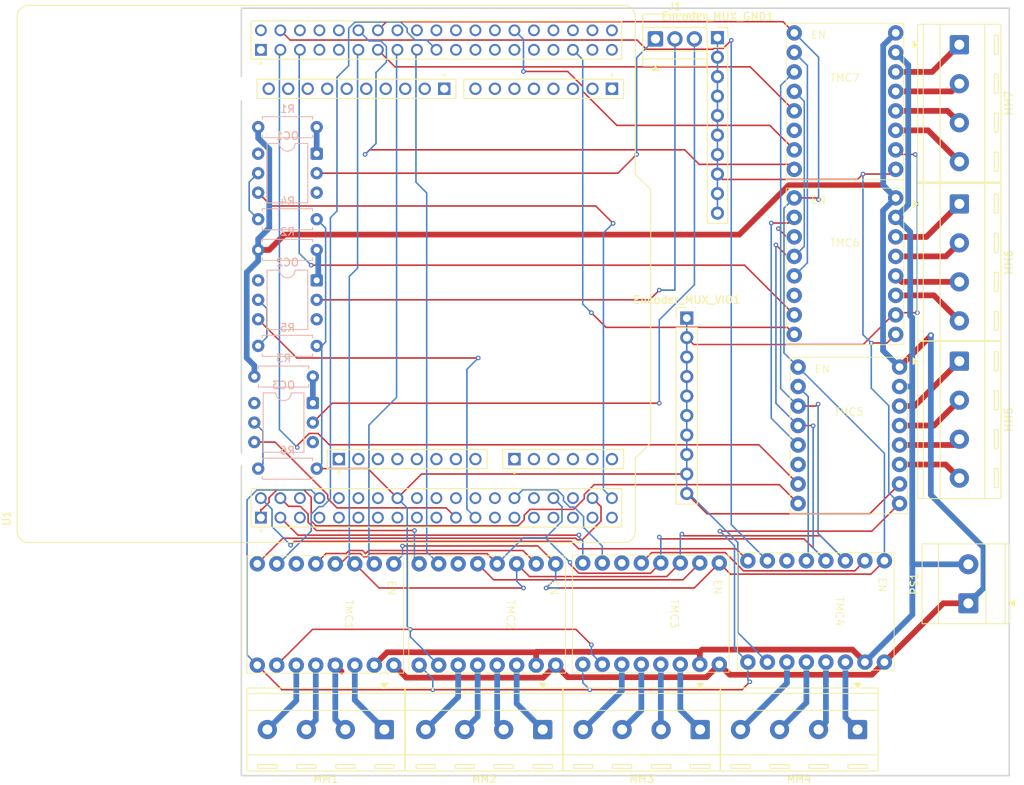
<source format=kicad_pcb>
(kicad_pcb (version 20241229) (generator "pcbnew") (generator_version "9.0")
  (layers (0 "F.Cu" signal) (2 "B.Cu" signal) (13 "F.Paste" user) (15 "B.Paste" user) (5 "F.SilkS" user "F.Silkscreen") (7 "B.SilkS" user "B.Silkscreen") (1 "F.Mask" user) (3 "B.Mask" user) (25 "Edge.Cuts" user))
  (net 0 "")
  (net 1 "EN")
  (net 6 "LIMIT5_IN")
  (net 36 "LIMIT1_IN")
  (net 62 "LIMIT4_IN")
  (net 67 "VM")
  (net 68 "GND_IO")
  (net 69 "SCK")
  (net 70 "VCC_IO")
  (net 71 "GND")
  (net 72 "DIR4")
  (net 73 "STEP4")
  (net 74 "CSN")
  (net 75 "DIR5")
  (net 76 "STEP5")
  (net 77 "STEP6")
  (net 78 "DIR6")
  (net 79 "STEP7")
  (net 80 "DIR7")
  (net 81 "DIR1")
  (net 82 "STEP1")
  (net 83 "STEP2")
  (net 84 "DIR2")
  (net 85 "STEP3")
  (net 86 "DIR3")
  (net 87 "ENC3")
  (net 88 "LIMIT2")
  (net 89 "ENC6")
  (net 90 "ENC5")
  (net 91 "ENC4")
  (net 92 "ENC1")
  (net 93 "LIMIT6")
  (net 94 "ENC7")
  (net 95 "LIMIT3")
  (net 96 "ENC2")
  (net 97 "LIMIT1_OUT")
  (net 105 "MOSI_OUT")
  (net 106 "Net-(TMC1-MISO)")
  (net 107 "Net-(TMC2-MISO)")
  (net 108 "Net-(TMC3-MISO)")
  (net 109 "Net-(TMC4-MISO)")
  (net 110 "Net-(TMC5-MISO)")
  (net 111 "Net-(TMC6-MISO)")
  (net 112 "MISO_OUT")
  (net 113 "/MOTOR1_A1")
  (net 114 "/MOTOR1_A2")
  (net 115 "/MOTOR1_B1")
  (net 116 "/MOTOR1_B2")
  (net 117 "/MOTOR2_A1")
  (net 118 "/MOTOR2_B2")
  (net 119 "/MOTOR2_A2")
  (net 120 "/MOTOR2_B1")
  (net 121 "/MOTOR3_B2")
  (net 122 "/MOTOR3_A1")
  (net 123 "/MOTOR3_B1")
  (net 124 "/MOTOR3_A2")
  (net 125 "/MOTOR4_A2")
  (net 126 "/MOTOR4_B2")
  (net 127 "/MOTOR4_B1")
  (net 128 "/MOTOR4_A1")
  (net 129 "/MOTOR5_B1")
  (net 130 "/MOTOR5_A1")
  (net 131 "/MOTOR5_A2")
  (net 132 "/MOTOR5_B2")
  (net 133 "/MOTOR6_A2")
  (net 134 "/MOTOR6_A1")
  (net 135 "/MOTOR6_B2")
  (net 136 "/MOTOR6_B1")
  (net 137 "/MOTOR7_A2")
  (net 138 "/MOTOR7_A1")
  (net 139 "/MOTOR7_B2")
  (net 140 "/MOTOR7_B1")
  (net 141 "/RIN_1")
  (net 142 "/RIN_3")
  (net 144 "/RIN_2")
  (net 145 "LIMIT4_OUT")
  (net 148 "LIMIT5_OUT")
  (net 149 "Net-(OC1-Pad5)")
  (net 150 "Net-(OC2-Pad5)")
  (net 151 "Net-(OC3-Pad5)")
  (footprint "TerminalBlock_RND:TerminalBlock_RND_205-00289_1x04_P5.08mm_Horizontal" (layer "F.Cu") (at 181.5 79 -90)
    (property "Reference" "MM6")
    (property "Value" "Screw_Terminal_01x04")
  )
  (footprint "boards:MODULE_NUCLEO-F446RE" (layer "F.Cu") (at 100.05 88.13 90)
    (property "Reference" "U1")
    (property "Value" "NUCLEO-F446RE")
  )
  (footprint "boards:tmc5160" (layer "F.Cu") (at 122.58 132.5 -90)
    (property "Reference" "TMC2")
    (property "Value" "~")
  )
  (footprint "TerminalBlock_RND:TerminalBlock_RND_205-00289_1x04_P5.08mm_Horizontal" (layer "F.Cu") (at 127.24 147.5 180)
    (property "Reference" "MM2")
    (property "Value" "Screw_Terminal_01x04")
  )
  (footprint "TerminalBlock:TerminalBlock_Xinya_XY308-2.54-3P_1x03_P2.54mm_Horizontal" (layer "F.Cu") (at 141.92 57.5)
    (property "Reference" "J1")
    (property "Value" "Screw_Terminal_01x03")
  )
  (footprint "boards:tmc5160" (layer "F.Cu") (at 101.5 132.5 -90)
    (property "Reference" "TMC1")
    (property "Value" "~")
  )
  (footprint "TerminalBlock_RND:TerminalBlock_RND_205-00289_1x04_P5.08mm_Horizontal" (layer "F.Cu") (at 181.5 99.5 -90)
    (property "Reference" "MM5")
    (property "Value" "Screw_Terminal_01x04")
  )
  (footprint "TerminalBlock_RND:TerminalBlock_RND_205-00289_1x04_P5.08mm_Horizontal" (layer "F.Cu") (at 181.5 58.26 -90)
    (property "Reference" "MM7")
    (property "Value" "Screw_Terminal_01x04")
  )
  (footprint "boards:tmc5160" (layer "F.Cu") (at 143.89 132.396 -90)
    (property "Reference" "TMC3")
    (property "Value" "~")
  )
  (footprint "boards:tmc5160" (layer "F.Cu") (at 167.104 106.61)
    (property "Reference" "TMC5")
    (property "Value" "~")
  )
  (footprint "boards:tmc5160" (layer "F.Cu") (at 166.604 63.07)
    (property "Reference" "TMC7")
    (property "Value" "~")
  )
  (footprint "boards:tmc5160" (layer "F.Cu") (at 165.39 132.104 -90)
    (property "Reference" "TMC4")
    (property "Value" "~")
  )
  (footprint "TerminalBlock_RND:TerminalBlock_RND_205-00289_1x04_P5.08mm_Horizontal" (layer "F.Cu") (at 168.24 147.5 180)
    (property "Reference" "MM4")
    (property "Value" "Screw_Terminal_01x04")
  )
  (footprint "boards:tmc5160" (layer "F.Cu") (at 166.604 84.57)
    (property "Reference" "TMC6")
    (property "Value" "~")
  )
  (footprint "Connector_PinHeader_2.54mm:PinHeader_1x10_P2.54mm_Vertical" (layer "F.Cu") (at 146 93.88)
    (property "Reference" "Encoder_MUX_VIO1")
    (property "Value" "Conn_01x010")
  )
  (footprint "TerminalBlock_RND:TerminalBlock_RND_205-00289_1x04_P5.08mm_Horizontal" (layer "F.Cu") (at 147.74 147.5 180)
    (property "Reference" "MM3")
    (property "Value" "Screw_Terminal_01x04")
  )
  (footprint "TerminalBlock_RND:TerminalBlock_RND_205-00289_1x04_P5.08mm_Horizontal" (layer "F.Cu") (at 106.62 147.5 180)
    (property "Reference" "MM1")
    (property "Value" "Screw_Terminal_01x04")
  )
  (footprint "TerminalBlock_Phoenix:TerminalBlock_Phoenix_MKDS-3-2-5.08_1x02_P5.08mm_Horizontal" (layer "F.Cu") (at 182.6675 131.045 90)
    (property "Reference" "PS1")
    (property "Value" "Screw_Terminal_01x02")
  )
  (footprint "Connector_PinSocket_2.54mm:PinSocket_1x10_P2.54mm_Vertical" (layer "F.Cu") (at 150 57.34)
    (property "Reference" "Encoder_MUX_GND1")
    (property "Value" "Conn_01x010")
  )
  (footprint "Package_DIP:DIP-6_W7.62mm" (layer "B.Cu") (at 97.805 72.46 180)
    (property "Reference" "OC1")
    (property "Value" "CNY17")
  )
  (footprint "Resistor_THT:R_Axial_DIN0207_L6.3mm_D2.5mm_P7.62mm_Horizontal" (layer "B.Cu") (at 97.81 81 180)
    (property "Reference" "R4")
    (property "Value" "160")
  )
  (footprint "Package_DIP:DIP-6_W7.62mm" (layer "B.Cu") (at 97.805 88.96 180)
    (property "Reference" "OC2")
    (property "Value" "CNY17")
  )
  (footprint "Resistor_THT:R_Axial_DIN0207_L6.3mm_D2.5mm_P7.62mm_Horizontal" (layer "B.Cu") (at 97.31 101.5 180)
    (property "Reference" "R3")
    (property "Value" "3.3K")
  )
  (footprint "Resistor_THT:R_Axial_DIN0207_L6.3mm_D2.5mm_P7.62mm_Horizontal" (layer "B.Cu") (at 97.81 85 180)
    (property "Reference" "R2")
    (property "Value" "3.3K")
  )
  (footprint "Resistor_THT:R_Axial_DIN0207_L6.3mm_D2.5mm_P7.62mm_Horizontal" (layer "B.Cu") (at 97.81 97.5 180)
    (property "Reference" "R5")
    (property "Value" "160")
  )
  (footprint "Package_DIP:DIP-6_W7.62mm" (layer "B.Cu") (at 97.305 104.96 180)
    (property "Reference" "OC3")
    (property "Value" "CNY17")
  )
  (footprint "Resistor_THT:R_Axial_DIN0207_L6.3mm_D2.5mm_P7.62mm_Horizontal" (layer "B.Cu") (at 97.81 113.5 180)
    (property "Reference" "R6")
    (property "Value" "160")
  )
  (footprint "Resistor_THT:R_Axial_DIN0207_L6.3mm_D2.5mm_P7.62mm_Horizontal" (layer "B.Cu") (at 97.81 69 180)
    (property "Reference" "R1")
    (property "Value" "3.3K")
  )
  (gr_rect (start 88 53.5) (end 188 153.5) (stroke (width 0.2)) (fill no) (layer "Edge.Cuts"))
  (segment (start 129.4453 129.0529) (end 127.6859 129.0529) (width 0.2) (layer "F.Cu") (net 1))
  (segment (start 171.74 125.5) (end 169.9963 127.2437) (width 0.2) (layer "F.Cu") (net 1))
  (segment (start 146.9791 129.0529) (end 150.24 125.792) (width 0.2) (layer "F.Cu") (net 1))
  (segment (start 160 78.22) (end 162.9375 78.22) (width 0.2) (layer "F.Cu") (net 1))
  (segment (start 158.5387 55.2587) (end 160 56.72) (width 0.2) (layer "F.Cu") (net 1))
  (segment (start 108.9916 123.5724) (end 126.6064 123.5724) (width 0.2) (layer "F.Cu") (net 1))
  (segment (start 106.9013 55.2587) (end 158.5387 55.2587) (width 0.2) (layer "F.Cu") (net 1))
  (segment (start 169.9963 127.2437) (end 151.6917 127.2437) (width 0.2) (layer "F.Cu") (net 1))
  (segment (start 127.6859 129.0529) (end 129.4453 129.0529) (width 0.2) (layer "F.Cu") (net 1))
  (segment (start 162.9375 78.22) (end 163.1664 78.4489) (width 0.2) (layer "F.Cu") (net 1))
  (segment (start 151.6917 127.2437) (end 150.24 125.792) (width 0.2) (layer "F.Cu") (net 1))
  (segment (start 126.6064 123.5724) (end 128.93 125.896) (width 0.2) (layer "F.Cu") (net 1))
  (segment (start 127.6859 129.0529) (end 146.9791 129.0529) (width 0.2) (layer "F.Cu") (net 1))
  (segment (start 105.78 56.38) (end 106.9013 55.2587) (width 0.2) (layer "F.Cu") (net 1))
  (via (at 127.6859 129.0529) (size 0.6) (drill 0.3) (layers "F.Cu" "B.Cu") (net 1))
  (via (at 108.9916 123.5724) (size 0.6) (drill 0.3) (layers "F.Cu" "B.Cu") (net 1))
  (via (at 163.1664 78.4489) (size 0.6) (drill 0.3) (layers "F.Cu" "B.Cu") (net 1))
  (segment (start 160 78.22) (end 158.6615 79.5585) (width 0.2) (layer "B.Cu") (net 1))
  (segment (start 128.93 127.8088) (end 127.6859 129.0529) (width 0.2) (layer "B.Cu") (net 1))
  (segment (start 128.93 125.896) (end 128.93 127.8088) (width 0.2) (layer "B.Cu") (net 1))
  (segment (start 158.6615 79.5585) (end 158.6615 98.4215) (width 0.2) (layer "B.Cu") (net 1))
  (segment (start 129.4453 129.0529) (end 127.6859 129.0529) (width 0.2) (layer "B.Cu") (net 1))
  (segment (start 163.1664 59.8864) (end 160 56.72) (width 0.2) (layer "B.Cu") (net 1))
  (segment (start 108.9916 124.7544) (end 108.9916 123.5724) (width 0.2) (layer "B.Cu") (net 1))
  (segment (start 171.74 111.5) (end 171.74 125.5) (width 0.2) (layer "B.Cu") (net 1))
  (segment (start 127.6859 129.0529) (end 129.4453 129.0529) (width 0.2) (layer "B.Cu") (net 1))
  (segment (start 160.5 100.26) (end 171.74 111.5) (width 0.2) (layer "B.Cu") (net 1))
  (segment (start 107.85 125.896) (end 108.9916 124.7544) (width 0.2) (layer "B.Cu") (net 1))
  (segment (start 163.1664 78.4489) (end 163.1664 59.8864) (width 0.2) (layer "B.Cu") (net 1))
  (segment (start 158.6615 98.4215) (end 160.5 100.26) (width 0.2) (layer "B.Cu") (net 1))
  (segment (start 99.8322 104.9728) (end 142.4214 104.9728) (width 0.2) (layer "F.Cu") (net 6))
  (segment (start 97.305 107.5) (end 99.8322 104.9728) (width 0.2) (layer "F.Cu") (net 6))
  (via (at 142.4214 104.9728) (size 0.6) (drill 0.3) (layers "F.Cu" "B.Cu") (net 6))
  (segment (start 147 89.534) (end 147 57.5) (width 0.2) (layer "B.Cu") (net 6))
  (segment (start 142.4214 94.1126) (end 147 89.534) (width 0.2) (layer "B.Cu") (net 6))
  (segment (start 142.4214 104.9728) (end 142.4214 94.1126) (width 0.2) (layer "B.Cu") (net 6))
  (segment (start 137.0306 75) (end 139.4743 72.5563) (width 0.2) (layer "F.Cu") (net 36))
  (segment (start 97.805 75) (end 137.0306 75) (width 0.2) (layer "F.Cu") (net 36))
  (via (at 139.4743 72.5563) (size 0.6) (drill 0.3) (layers "F.Cu" "B.Cu") (net 36))
  (segment (start 139.4743 72.5563) (end 139.4743 59.9457) (width 0.2) (layer "B.Cu") (net 36))
  (segment (start 139.4743 59.9457) (end 141.92 57.5) (width 0.2) (layer "B.Cu") (net 36))
  (segment (start 141.1587 91.5) (end 142.4214 90.2373) (width 0.2) (layer "F.Cu") (net 62))
  (segment (start 97.805 91.5) (end 141.1587 91.5) (width 0.2) (layer "F.Cu") (net 62))
  (via (at 142.4214 90.2373) (size 0.6) (drill 0.3) (layers "F.Cu" "B.Cu") (net 62))
  (segment (start 144.46 90.2358) (end 144.4585 90.2373) (width 0.2) (layer "B.Cu") (net 62))
  (segment (start 142.4214 90.2373) (end 144.4585 90.2373) (width 0.2) (layer "B.Cu") (net 62))
  (segment (start 144.4585 90.2373) (end 142.4214 90.2373) (width 0.2) (layer "B.Cu") (net 62))
  (segment (start 144.46 57.5) (end 144.46 90.2358) (width 0.2) (layer "B.Cu") (net 62))
  (segment (start 107.85 139.104) (end 109.4768 140.7308) (width 0.75) (layer "F.Cu") (net 67))
  (segment (start 151.5949 140.3549) (end 150.24 139) (width 0.75) (layer "F.Cu") (net 67))
  (segment (start 127.3032 140.7308) (end 128.93 139.104) (width 0.75) (layer "F.Cu") (net 67))
  (segment (start 130.5019 140.6759) (end 128.93 139.104) (width 0.75) (layer "F.Cu") (net 67))
  (segment (start 90.19 85) (end 91.6167 85) (width 0.75) (layer "F.Cu") (net 67))
  (segment (start 150.24 139) (end 148.5641 140.6759) (width 0.75) (layer "F.Cu") (net 67))
  (segment (start 171.5567 76.5687) (end 159.2713 76.5687) (width 0.75) (layer "F.Cu") (net 67))
  (segment (start 152.84 83) (end 93.6167 83) (width 0.75) (layer "F.Cu") (net 67))
  (segment (start 173.208 78.22) (end 171.5567 76.5687) (width 0.75) (layer "F.Cu") (net 67))
  (segment (start 182.6675 131.045) (end 179.403 131.045) (width 0.75) (layer "F.Cu") (net 67))
  (segment (start 93.6167 83) (end 91.6167 85) (width 0.75) (layer "F.Cu") (net 67))
  (segment (start 179.403 131.045) (end 171.74 138.708) (width 0.75) (layer "F.Cu") (net 67))
  (segment (start 173.708 100.26) (end 177.7866 96.1814) (width 0.75) (layer "F.Cu") (net 67))
  (segment (start 109.4768 140.7308) (end 127.3032 140.7308) (width 0.75) (layer "F.Cu") (net 67))
  (segment (start 177.7866 96.1814) (end 177.7866 96.1315) (width 0.75) (layer "F.Cu") (net 67))
  (segment (start 159.2713 76.5687) (end 152.84 83) (width 0.75) (layer "F.Cu") (net 67))
  (segment (start 170.0931 140.3549) (end 151.5949 140.3549) (width 0.75) (layer "F.Cu") (net 67))
  (segment (start 148.5641 140.6759) (end 130.5019 140.6759) (width 0.75) (layer "F.Cu") (net 67))
  (segment (start 171.74 138.708) (end 170.0931 140.3549) (width 0.75) (layer "F.Cu") (net 67))
  (via (at 177.7866 96.1315) (size 0.8) (drill 0.4) (layers "F.Cu" "B.Cu") (net 67))
  (segment (start 173.208 56.72) (end 171.5813 58.3467) (width 0.75) (layer "B.Cu") (net 67))
  (segment (start 89.69 100.0733) (end 88.6975 99.0808) (width 0.75) (layer "B.Cu") (net 67))
  (segment (start 90.19 85) (end 90.19 83.5733) (width 0.75) (layer "B.Cu") (net 67))
  (segment (start 184.6392 123.7788) (end 184.6392 129.0733) (width 0.75) (layer "B.Cu") (net 67))
  (segment (start 171.5615 98.1135) (end 171.5615 79.8665) (width 0.75) (layer "B.Cu") (net 67))
  (segment (start 171.5813 76.5933) (end 173.208 78.22) (width 0.75) (layer "B.Cu") (net 67))
  (segment (start 90.19 85) (end 90.19 86.4267) (width 0.75) (layer "B.Cu") (net 67))
  (segment (start 90.19 70.4267) (end 91.6306 71.8673) (width 0.75) (layer "B.Cu") (net 67))
  (segment (start 89.69 101.5) (end 89.69 100.0733) (width 0.75) (layer "B.Cu") (net 67))
  (segment (start 177.7866 116.9262) (end 184.6392 123.7788) (width 0.75) (layer "B.Cu") (net 67))
  (segment (start 173.708 100.26) (end 171.5615 98.1135) (width 0.75) (layer "B.Cu") (net 67))
  (segment (start 91.6306 82.1327) (end 90.19 83.5733) (width 0.75) (layer "B.Cu") (net 67))
  (segment (start 177.7866 96.1315) (end 177.7866 116.9262) (width 0.75) (layer "B.Cu") (net 67))
  (segment (start 91.6306 71.8673) (end 91.6306 82.1327) (width 0.75) (layer "B.Cu") (net 67))
  (segment (start 88.6975 99.0808) (end 88.6975 87.9192) (width 0.75) (layer "B.Cu") (net 67))
  (segment (start 184.6392 129.0733) (end 182.6675 131.045) (width 0.75) (layer "B.Cu") (net 67))
  (segment (start 171.5813 58.3467) (end 171.5813 76.5933) (width 0.75) (layer "B.Cu") (net 67))
  (segment (start 171.5615 79.8665) (end 173.208 78.22) (width 0.75) (layer "B.Cu") (net 67))
  (segment (start 88.6975 87.9192) (end 90.19 86.4267) (width 0.75) (layer "B.Cu") (net 67))
  (segment (start 90.19 69) (end 90.19 70.4267) (width 0.75) (layer "B.Cu") (net 67))
  (segment (start 168.9453 75.111) (end 168.2388 75.8175) (width 0.2) (layer "F.Cu") (net 68))
  (segment (start 150.324 121.6471) (end 170.1009 121.6471) (width 0.2) (layer "F.Cu") (net 68))
  (segment (start 173.208 74.5) (end 172.597 75.111) (width 0.2) (layer "F.Cu") (net 68))
  (segment (start 150.6975 75.8175) (end 150 75.12) (width 0.2) (layer "F.Cu") (net 68))
  (segment (start 93.2738 142.3078) (end 90.07 139.104) (width 0.2) (layer "F.Cu") (net 68))
  (segment (start 172.597 75.111) (end 168.9453 75.111) (width 0.2) (layer "F.Cu") (net 68))
  (segment (start 112.9237 142.3078) (end 93.2738 142.3078) (width 0.2) (layer "F.Cu") (net 68))
  (segment (start 170.1009 121.6471) (end 173.708 118.04) (width 0.2) (layer "F.Cu") (net 68))
  (segment (start 133.3712 142.3078) (end 153.1836 142.3078) (width 0.2) (layer "F.Cu") (net 68))
  (segment (start 133.3712 142.3078) (end 112.9237 142.3078) (width 0.2) (layer "F.Cu") (net 68))
  (segment (start 153.1836 142.3078) (end 154.2098 141.2816) (width 0.2) (layer "F.Cu") (net 68))
  (segment (start 172.0811 97.1269) (end 173.208 96) (width 0.2) (layer "F.Cu") (net 68))
  (segment (start 170.0315 97.1269) (end 172.0811 97.1269) (width 0.2) (layer "F.Cu") (net 68))
  (segment (start 168.2388 75.8175) (end 150.6975 75.8175) (width 0.2) (layer "F.Cu") (net 68))
  (via (at 168.9453 75.111) (size 0.6) (drill 0.3) (layers "F.Cu" "B.Cu") (net 68))
  (via (at 150.324 121.6471) (size 0.6) (drill 0.3) (layers "F.Cu" "B.Cu") (net 68))
  (via (at 112.9237 142.3078) (size 0.6) (drill 0.3) (layers "F.Cu" "B.Cu") (net 68))
  (via (at 133.3712 142.3078) (size 0.6) (drill 0.3) (layers "F.Cu" "B.Cu") (net 68))
  (via (at 154.2098 141.2816) (size 0.6) (drill 0.3) (layers "F.Cu" "B.Cu") (net 68))
  (via (at 170.0315 97.1269) (size 0.6) (drill 0.3) (layers "F.Cu" "B.Cu") (net 68))
  (segment (start 172.3034 116.6354) (end 172.3034 105.2926) (width 0.2) (layer "B.Cu") (net 68))
  (segment (start 153.96 141.0318) (end 153.96 138.708) (width 0.2) (layer "B.Cu") (net 68))
  (segment (start 150 67.5) (end 150 70.04) (width 0.2) (layer "B.Cu") (net 68))
  (segment (start 97.0911 116.2711) (end 98.16 117.34) (width 0.2) (layer "B.Cu") (net 68))
  (segment (start 88.7394 137.7734) (end 88.7394 117.5661) (width 0.2) (layer "B.Cu") (net 68))
  (segment (start 111.15 139.104) (end 112.9237 140.8777) (width 0.2) (layer "B.Cu") (net 68))
  (segment (start 112.9237 140.8777) (end 112.9237 142.3078) (width 0.2) (layer "B.Cu") (net 68))
  (segment (start 152.2178 123.5409) (end 150.324 121.6471) (width 0.2) (layer "B.Cu") (net 68))
  (segment (start 168.9453 96.0407) (end 168.9453 75.111) (width 0.2) (layer "B.Cu") (net 68))
  (segment (start 150 62.42) (end 150 64.96) (width 0.2) (layer "B.Cu") (net 68))
  (segment (start 154.2098 141.2816) (end 153.96 141.0318) (width 0.2) (layer "B.Cu") (net 68))
  (segment (start 170.0315 103.0207) (end 170.0315 97.1269) (width 0.2) (layer "B.Cu") (net 68))
  (segment (start 153.96 138.708) (end 152.2178 136.9658) (width 0.2) (layer "B.Cu") (net 68))
  (segment (start 170.0315 97.1269) (end 168.9453 96.0407) (width 0.2) (layer "B.Cu") (net 68))
  (segment (start 150 57.34) (end 150 59.88) (width 0.2) (layer "B.Cu") (net 68))
  (segment (start 90.0344 116.2711) (end 97.0911 116.2711) (width 0.2) (layer "B.Cu") (net 68))
  (segment (start 150 64.96) (end 150 67.5) (width 0.2) (layer "B.Cu") (net 68))
  (segment (start 88.7394 117.5661) (end 90.0344 116.2711) (width 0.2) (layer "B.Cu") (net 68))
  (segment (start 173.708 118.04) (end 172.3034 116.6354) (width 0.2) (layer "B.Cu") (net 68))
  (segment (start 150 75.12) (end 150 77.66) (width 0.2) (layer "B.Cu") (net 68))
  (segment (start 90.07 139.104) (end 88.7394 137.7734) (width 0.2) (layer "B.Cu") (net 68))
  (segment (start 150 72.58) (end 150 75.12) (width 0.2) (layer "B.Cu") (net 68))
  (segment (start 150 59.88) (end 150 62.42) (width 0.2) (layer "B.Cu") (net 68))
  (segment (start 132.46 139) (end 132.46 141.3966) (width 0.2) (layer "B.Cu") (net 68))
  (segment (start 150 72.58) (end 150 70.04) (width 0.2) (layer "B.Cu") (net 68))
  (segment (start 132.46 141.3966) (end 133.3712 142.3078) (width 0.2) (layer "B.Cu") (net 68))
  (segment (start 150 77.66) (end 150 80.2) (width 0.2) (layer "B.Cu") (net 68))
  (segment (start 172.3034 105.2926) (end 170.0315 103.0207) (width 0.2) (layer "B.Cu") (net 68))
  (segment (start 152.2178 136.9658) (end 152.2178 123.5409) (width 0.2) (layer "B.Cu") (net 68))
  (segment (start 160.5 105.34) (end 162.8514 105.34) (width 0.2) (layer "F.Cu") (net 69))
  (segment (start 105.9269 129.0529) (end 102.77 125.896) (width 0.2) (layer "F.Cu") (net 69))
  (segment (start 143.3902 127.5618) (end 125.5158 127.5618) (width 0.2) (layer "F.Cu") (net 69))
  (segment (start 145.3685 122.0263) (end 145.591 122.2488) (width 0.2) (layer "F.Cu") (net 69))
  (segment (start 162.8514 105.34) (end 163.1027 105.0887) (width 0.2) (layer "F.Cu") (net 69))
  (segment (start 124.7388 129.0529) (end 105.9269 129.0529) (width 0.2) (layer "F.Cu") (net 69))
  (segment (start 145.591 122.2488) (end 163.4088 122.2488) (width 0.2) (layer "F.Cu") (net 69))
  (segment (start 163.4088 122.2488) (end 166.66 125.5) (width 0.2) (layer "F.Cu") (net 69))
  (segment (start 159.0005 83.3) (end 157.9311 82.2306) (width 0.2) (layer "F.Cu") (net 69))
  (segment (start 160 83.3) (end 159.0005 83.3) (width 0.2) (layer "F.Cu") (net 69))
  (segment (start 125.5158 127.5618) (end 123.85 125.896) (width 0.2) (layer "F.Cu") (net 69))
  (segment (start 145.16 125.792) (end 143.3902 127.5618) (width 0.2) (layer "F.Cu") (net 69))
  (via (at 145.3685 122.0263) (size 0.6) (drill 0.3) (layers "F.Cu" "B.Cu") (net 69))
  (via (at 157.9311 82.2306) (size 0.6) (drill 0.3) (layers "F.Cu" "B.Cu") (net 69))
  (via (at 124.7388 129.0529) (size 0.6) (drill 0.3) (layers "F.Cu" "B.Cu") (net 69))
  (via (at 163.1027 105.0887) (size 0.6) (drill 0.3) (layers "F.Cu" "B.Cu") (net 69))
  (segment (start 157.9311 82.2306) (end 158.2267 82.2306) (width 0.2) (layer "B.Cu") (net 69))
  (segment (start 166.66 125.5) (end 163.1027 121.9427) (width 0.2) (layer "B.Cu") (net 69))
  (segment (start 102.0536 125.1796) (end 102.77 125.896) (width 0.2) (layer "B.Cu") (net 69))
  (segment (start 103.1316 59.0284) (end 103.1316 87.3696) (width 0.2) (layer "B.Cu") (net 69))
  (segment (start 123.85 125.896) (end 123.85 128.1641) (width 0.2) (layer "B.Cu") (net 69))
  (segment (start 103.24 58.92) (end 103.1316 59.0284) (width 0.2) (layer "B.Cu") (net 69))
  (segment (start 158.2267 103.0667) (end 158.2267 82.2306) (width 0.2) (layer "B.Cu") (net 69))
  (segment (start 160.5 105.34) (end 158.2267 103.0667) (width 0.2) (layer "B.Cu") (net 69))
  (segment (start 145.3685 122.0263) (end 145.16 122.2348) (width 0.2) (layer "B.Cu") (net 69))
  (segment (start 163.1027 121.9427) (end 163.1027 105.0887) (width 0.2) (layer "B.Cu") (net 69))
  (segment (start 160 61.8) (end 158.2267 63.5733) (width 0.2) (layer "B.Cu") (net 69))
  (segment (start 123.85 128.1641) (end 124.7388 129.0529) (width 0.2) (layer "B.Cu") (net 69))
  (segment (start 158.2267 63.5733) (end 158.2267 82.2306) (width 0.2) (layer "B.Cu") (net 69))
  (segment (start 103.1316 87.3696) (end 102.0536 88.4476) (width 0.2) (layer "B.Cu") (net 69))
  (segment (start 145.16 122.2348) (end 145.16 125.792) (width 0.2) (layer "B.Cu") (net 69))
  (segment (start 102.0536 88.4476) (end 102.0536 125.1796) (width 0.2) (layer "B.Cu") (net 69))
  (segment (start 173.208 71.96) (end 173.8027 72.5547) (width 0.2) (layer "F.Cu") (net 70))
  (segment (start 169.826 119.382) (end 148.642 119.382) (width 0.2) (layer "F.Cu") (net 70))
  (segment (start 146.9034 97.3234) (end 146 96.42) (width 0.2) (layer "F.Cu") (net 70))
  (segment (start 104.48 113.5) (end 97.81 113.5) (width 0.2) (layer "F.Cu") (net 70))
  (segment (start 173.708 115.5) (end 169.826 119.382) (width 0.2) (layer "F.Cu") (net 70))
  (segment (start 108.32 117.34) (end 111.46 114.2) (width 0.2) (layer "F.Cu") (net 70))
  (segment (start 110.0033 134.4438) (end 97.2702 134.4438) (width 0.2) (layer "F.Cu") (net 70))
  (segment (start 97.2702 134.4438) (end 92.61 139.104) (width 0.2) (layer "F.Cu") (net 70))
  (segment (start 176.0244 93.1844) (end 173.4836 93.1844) (width 0.2) (layer "F.Cu") (net 70))
  (segment (start 173.208 93.46) (end 172.8476 93.46) (width 0.2) (layer "F.Cu") (net 70))
  (segment (start 133.5801 136.4567) (end 131.5672 134.4438) (width 0.2) (layer "F.Cu") (net 70))
  (segment (start 148.642 119.382) (end 146 116.74) (width 0.2) (layer "F.Cu") (net 70))
  (segment (start 111.46 114.2) (end 146 114.2) (width 0.2) (layer "F.Cu") (net 70))
  (segment (start 173.8027 72.5547) (end 175.7654 72.5547) (width 0.2) (layer "F.Cu") (net 70))
  (segment (start 168.9842 97.3234) (end 146.9034 97.3234) (width 0.2) (layer "F.Cu") (net 70))
  (segment (start 172.8476 93.46) (end 168.9842 97.3234) (width 0.2) (layer "F.Cu") (net 70))
  (segment (start 131.5672 134.4438) (end 110.0033 134.4438) (width 0.2) (layer "F.Cu") (net 70))
  (segment (start 108.32 117.34) (end 104.48 113.5) (width 0.2) (layer "F.Cu") (net 70))
  (segment (start 173.4836 93.1844) (end 173.208 93.46) (width 0.2) (layer "F.Cu") (net 70))
  (via (at 110.0033 134.4438) (size 0.6) (drill 0.3) (layers "F.Cu" "B.Cu") (net 70))
  (via (at 176.0244 93.1844) (size 0.6) (drill 0.3) (layers "F.Cu" "B.Cu") (net 70))
  (via (at 175.7654 72.5547) (size 0.6) (drill 0.3) (layers "F.Cu" "B.Cu") (net 70))
  (via (at 133.5801 136.4567) (size 0.6) (drill 0.3) (layers "F.Cu" "B.Cu") (net 70))
  (segment (start 146 101.5) (end 146 104.04) (width 0.2) (layer "B.Cu") (net 70))
  (segment (start 133.5801 137.5801) (end 133.5801 136.4567) (width 0.2) (layer "B.Cu") (net 70))
  (segment (start 152.6583 123.1305) (end 146.2678 116.74) (width 0.2) (layer "B.Cu") (net 70))
  (segment (start 135 139) (end 133.5801 137.5801) (width 0.2) (layer "B.Cu") (net 70))
  (segment (start 98.4635 112.8465) (end 97.81 113.5) (width 0.2) (layer "B.Cu") (net 70))
  (segment (start 175.7654 72.5547) (end 176.0244 72.8137) (width 0.2) (layer "B.Cu") (net 70))
  (segment (start 146 106.58) (end 146 109.12) (width 0.2) (layer "B.Cu") (net 70))
  (segment (start 98.4635 97.5) (end 98.4635 112.8465) (width 0.2) (layer "B.Cu") (net 70))
  (segment (start 113.69 139.104) (end 110.0033 135.4173) (width 0.2) (layer "B.Cu") (net 70))
  (segment (start 146 93.88) (end 146 96.42) (width 0.2) (layer "B.Cu") (net 70))
  (segment (start 109.5933 134.0338) (end 109.5933 118.6133) (width 0.2) (layer "B.Cu") (net 70))
  (segment (start 98.9717 82.1617) (end 98.9717 96.9918) (width 0.2) (layer "B.Cu") (net 70))
  (segment (start 146 96.42) (end 146 98.96) (width 0.2) (layer "B.Cu") (net 70))
  (segment (start 146 114.2) (end 146 116.74) (width 0.2) (layer "B.Cu") (net 70))
  (segment (start 146.2678 116.74) (end 146 116.74) (width 0.2) (layer "B.Cu") (net 70))
  (segment (start 98.4635 97.5) (end 97.81 97.5) (width 0.2) (layer "B.Cu") (net 70))
  (segment (start 146 109.12) (end 146 111.66) (width 0.2) (layer "B.Cu") (net 70))
  (segment (start 146 101.5) (end 146 98.96) (width 0.2) (layer "B.Cu") (net 70))
  (segment (start 110.0033 135.4173) (end 110.0033 134.4438) (width 0.2) (layer "B.Cu") (net 70))
  (segment (start 146 104.04) (end 146 106.58) (width 0.2) (layer "B.Cu") (net 70))
  (segment (start 156.5 138.708) (end 152.6583 134.8663) (width 0.2) (layer "B.Cu") (net 70))
  (segment (start 97.81 81) (end 98.9717 82.1617) (width 0.2) (layer "B.Cu") (net 70))
  (segment (start 176.0244 72.8137) (end 176.0244 93.1844) (width 0.2) (layer "B.Cu") (net 70))
  (segment (start 152.6583 134.8663) (end 152.6583 123.1305) (width 0.2) (layer "B.Cu") (net 70))
  (segment (start 110.0033 134.4438) (end 109.5933 134.0338) (width 0.2) (layer "B.Cu") (net 70))
  (segment (start 98.9717 96.9918) (end 98.4635 97.5) (width 0.2) (layer "B.Cu") (net 70))
  (segment (start 109.5933 118.6133) (end 108.32 117.34) (width 0.2) (layer "B.Cu") (net 70))
  (segment (start 146 111.66) (end 146 114.2) (width 0.2) (layer "B.Cu") (net 70))
  (segment (start 133.964 137.3834) (end 133.9763 137.3711) (width 0.75) (layer "F.Cu") (net 71))
  (segment (start 126.39 137.4253) (end 126.4442 137.3711) (width 0.75) (layer "F.Cu") (net 71))
  (segment (start 126.4442 137.3711) (end 133.184 137.3711) (width 0.75) (layer "F.Cu") (net 71))
  (segment (start 133.1963 137.3834) (end 133.964 137.3834) (width 0.75) (layer "F.Cu") (net 71))
  (segment (start 133.184 137.3711) (end 133.1963 137.3834) (width 0.75) (layer "F.Cu") (net 71))
  (segment (start 147.9927 137.0784) (end 167.5704 137.0784) (width 0.75) (layer "F.Cu") (net 71))
  (segment (start 126.39 137.4253) (end 106.9887 137.4253) (width 0.75) (layer "F.Cu") (net 71))
  (segment (start 106.9887 137.4253) (end 105.31 139.104) (width 0.75) (layer "F.Cu") (net 71))
  (segment (start 133.9763 137.3711) (end 147.7 137.3711) (width 0.75) (layer "F.Cu") (net 71))
  (segment (start 147.7 139) (end 147.7 137.3711) (width 0.75) (layer "F.Cu") (net 71))
  (segment (start 147.7 137.3711) (end 147.9927 137.0784) (width 0.75) (layer "F.Cu") (net 71))
  (segment (start 126.39 139.104) (end 126.39 137.4253) (width 0.75) (layer "F.Cu") (net 71))
  (segment (start 167.5704 137.0784) (end 169.2 138.708) (width 0.75) (layer "F.Cu") (net 71))
  (segment (start 174.8387 60.8907) (end 174.8387 79.1293) (width 0.75) (layer "B.Cu") (net 71))
  (segment (start 175.3745 125.965) (end 175.3745 132.5335) (width 0.75) (layer "B.Cu") (net 71))
  (segment (start 182.6675 125.965) (end 175.3745 125.965) (width 0.75) (layer "B.Cu") (net 71))
  (segment (start 173.208 59.26) (end 174.8387 60.8907) (width 0.75) (layer "B.Cu") (net 71))
  (segment (start 173.708 102.8) (end 175.3607 102.8) (width 0.75) (layer "B.Cu") (net 71))
  (segment (start 175.0977 82.6497) (end 175.0977 93.5682) (width 0.75) (layer "B.Cu") (net 71))
  (segment (start 173.208 80.76) (end 175.0977 82.6497) (width 0.75) (layer "B.Cu") (net 71))
  (segment (start 175.3607 102.8) (end 175.3607 125.9512) (width 0.75) (layer "B.Cu") (net 71))
  (segment (start 175.3607 93.8312) (end 175.3607 102.8) (width 0.75) (layer "B.Cu") (net 71))
  (segment (start 175.3607 125.9512) (end 175.3745 125.965) (width 0.75) (layer "B.Cu") (net 71))
  (segment (start 175.0977 93.5682) (end 175.3607 93.8312) (width 0.75) (layer "B.Cu") (net 71))
  (segment (start 175.3745 132.5335) (end 169.2 138.708) (width 0.75) (layer "B.Cu") (net 71))
  (segment (start 174.8387 79.1293) (end 173.208 80.76) (width 0.75) (layer "B.Cu") (net 71))
  (segment (start 94.4121 123.467) (end 94.9093 122.9698) (width 0.2) (layer "F.Cu") (net 72))
  (segment (start 152.3966 123.9366) (end 153.96 125.5) (width 0.2) (layer "F.Cu") (net 72))
  (segment (start 130.9425 122.9698) (end 131.9093 123.9366) (width 0.2) (layer "F.Cu") (net 72))
  (segment (start 131.9093 123.9366) (end 152.3966 123.9366) (width 0.2) (layer "F.Cu") (net 72))
  (segment (start 94.9093 122.9698) (end 130.9425 122.9698) (width 0.2) (layer "F.Cu") (net 72))
  (via (at 94.4121 123.467) (size 0.6) (drill 0.3) (layers "F.Cu" "B.Cu") (net 72))
  (segment (start 91.9901 121.045) (end 94.4121 123.467) (width 0.2) (layer "B.Cu") (net 72))
  (segment (start 91.9901 118.7901) (end 91.9901 121.045) (width 0.2) (layer "B.Cu") (net 72))
  (segment (start 90.54 117.34) (end 91.9901 118.7901) (width 0.2) (layer "B.Cu") (net 72))
  (segment (start 139.5223 57.65) (end 140.7198 58.8475) (width 0.2) (layer "F.Cu") (net 73))
  (segment (start 149.523 58.7283) (end 150.7526 58.7283) (width 0.2) (layer "F.Cu") (net 73))
  (segment (start 93.08 56.38) (end 94.35 57.65) (width 0.2) (layer "F.Cu") (net 73))
  (segment (start 150.7526 58.7283) (end 151.7931 57.6878) (width 0.2) (layer "F.Cu") (net 73))
  (segment (start 94.35 57.65) (end 139.5223 57.65) (width 0.2) (layer "F.Cu") (net 73))
  (segment (start 140.7198 58.8475) (end 149.4038 58.8475) (width 0.2) (layer "F.Cu") (net 73))
  (segment (start 149.4038 58.8475) (end 149.523 58.7283) (width 0.2) (layer "F.Cu") (net 73))
  (via (at 151.7931 57.6878) (size 0.6) (drill 0.3) (layers "F.Cu" "B.Cu") (net 73))
  (segment (start 151.7931 57.6878) (end 151.7931 120.7931) (width 0.2) (layer "B.Cu") (net 73))
  (segment (start 151.7931 120.7931) (end 156.5 125.5) (width 0.2) (layer "B.Cu") (net 73))
  (segment (start 103.9092 124.9749) (end 103.4998 124.5655) (width 0.2) (layer "F.Cu") (net 74))
  (segment (start 131.9544 127.1277) (end 141.2843 127.1277) (width 0.2) (layer "F.Cu") (net 74))
  (segment (start 159.1106 85.84) (end 157.6137 84.3431) (width 0.2) (layer "F.Cu") (net 74))
  (segment (start 119.9898 124.5758) (end 108.5762 124.5758) (width 0.2) (layer "F.Cu") (net 74))
  (segment (start 130.8086 125.9819) (end 130.8086 125.7161) (width 0.2) (layer "F.Cu") (net 74))
  (segment (start 104.7467 124.567) (end 104.3388 124.9749) (width 0.2) (layer "F.Cu") (net 74))
  (segment (start 102.2075 124.5655) (end 100.877 125.896) (width 0.2) (layer "F.Cu") (net 74))
  (segment (start 108.5674 124.567) (end 104.7467 124.567) (width 0.2) (layer "F.Cu") (net 74))
  (segment (start 130.8086 125.7161) (end 130.8086 125.9819) (width 0.2) (layer "F.Cu") (net 74))
  (segment (start 108.5762 124.5758) (end 108.5674 124.567) (width 0.2) (layer "F.Cu") (net 74))
  (segment (start 142.6444 122.6505) (end 161.2705 122.6505) (width 0.2) (layer "F.Cu") (net 74))
  (segment (start 104.3388 124.9749) (end 103.9092 124.9749) (width 0.2) (layer "F.Cu") (net 74))
  (segment (start 100.877 125.896) (end 100.23 125.896) (width 0.2) (layer "F.Cu") (net 74))
  (segment (start 130.8086 125.7161) (end 130.8086 125.9819) (width 0.2) (layer "F.Cu") (net 74))
  (segment (start 160.5 107.88) (end 162.4177 107.88) (width 0.2) (layer "F.Cu") (net 74))
  (segment (start 142.4214 122.4275) (end 142.6444 122.6505) (width 0.2) (layer "F.Cu") (net 74))
  (segment (start 103.4998 124.5655) (end 102.2075 124.5655) (width 0.2) (layer "F.Cu") (net 74))
  (segment (start 161.2705 122.6505) (end 164.12 125.5) (width 0.2) (layer "F.Cu") (net 74))
  (segment (start 130.8086 125.9819) (end 131.9544 127.1277) (width 0.2) (layer "F.Cu") (net 74))
  (segment (start 160 85.84) (end 159.1106 85.84) (width 0.2) (layer "F.Cu") (net 74))
  (segment (start 162.4177 107.88) (end 162.4576 107.9199) (width 0.2) (layer "F.Cu") (net 74))
  (segment (start 121.31 125.896) (end 119.9898 124.5758) (width 0.2) (layer "F.Cu") (net 74))
  (segment (start 141.2843 127.1277) (end 142.62 125.792) (width 0.2) (layer "F.Cu") (net 74))
  (via (at 130.8086 125.7161) (size 0.6) (drill 0.3) (layers "F.Cu" "B.Cu") (net 74))
  (via (at 157.6137 84.3431) (size 0.6) (drill 0.3) (layers "F.Cu" "B.Cu") (net 74))
  (via (at 162.4576 107.9199) (size 0.6) (drill 0.3) (layers "F.Cu" "B.Cu") (net 74))
  (via (at 142.4214 122.4275) (size 0.6) (drill 0.3) (layers "F.Cu" "B.Cu") (net 74))
  (segment (start 130.8086 125.7161) (end 130.8086 125.9819) (width 0.2) (layer "B.Cu") (net 74))
  (segment (start 130.8086 125.9819) (end 130.8086 125.7161) (width 0.2) (layer "B.Cu") (net 74))
  (segment (start 160 64.34) (end 161.3065 65.6465) (width 0.2) (layer "B.Cu") (net 74))
  (segment (start 161.3065 65.6465) (end 161.3065 84.5335) (width 0.2) (layer "B.Cu") (net 74))
  (segment (start 142.62 125.792) (end 142.62 122.6261) (width 0.2) (layer "B.Cu") (net 74))
  (segment (start 124.6977 122.5083) (end 121.31 125.896) (width 0.2) (layer "B.Cu") (net 74))
  (segment (start 129.7512 120.3579) (end 127.6008 122.5083) (width 0.2) (layer "B.Cu") (net 74))
  (segment (start 127.6008 122.5083) (end 130.8086 125.7161) (width 0.2) (layer "B.Cu") (net 74))
  (segment (start 157.6137 84.3431) (end 157.6137 104.9937) (width 0.2) (layer "B.Cu") (net 74))
  (segment (start 162.4576 107.9199) (end 162.4576 123.8376) (width 0.2) (layer "B.Cu") (net 74))
  (segment (start 129.7512 118.4512) (end 129.7512 120.3579) (width 0.2) (layer "B.Cu") (net 74))
  (segment (start 127.6008 122.5083) (end 124.6977 122.5083) (width 0.2) (layer "B.Cu") (net 74))
  (segment (start 162.4576 123.8376) (end 164.12 125.5) (width 0.2) (layer "B.Cu") (net 74))
  (segment (start 157.6137 104.9937) (end 160.5 107.88) (width 0.2) (layer "B.Cu") (net 74))
  (segment (start 161.3065 84.5335) (end 160 85.84) (width 0.2) (layer "B.Cu") (net 74))
  (segment (start 128.64 117.34) (end 129.7512 118.4512) (width 0.2) (layer "B.Cu") (net 74))
  (segment (start 142.62 122.6261) (end 142.4214 122.4275) (width 0.2) (layer "B.Cu") (net 74))
  (segment (start 124.0555 120.9467) (end 97.7182 120.9467) (width 0.2) (layer "F.Cu") (net 75))
  (segment (start 124.83 119.5709) (end 124.83 120.1722) (width 0.2) (layer "F.Cu") (net 75))
  (segment (start 90.6735 118.8133) (end 90.54 118.8133) (width 0.2) (layer "F.Cu") (net 75))
  (segment (start 91.6067 117.8801) (end 90.6735 118.8133) (width 0.2) (layer "F.Cu") (net 75))
  (segment (start 132.6533 116.8745) (end 132.6533 117.4161) (width 0.2) (layer "F.Cu") (net 75))
  (segment (start 97.7182 120.9467) (end 97.0933 120.3218) (width 0.2) (layer "F.Cu") (net 75))
  (segment (start 90.54 119.88) (end 90.54 118.8133) (width 0.2) (layer "F.Cu") (net 75))
  (segment (start 125.5909 118.81) (end 124.83 119.5709) (width 0.2) (layer "F.Cu") (net 75))
  (segment (start 131.2594 118.81) (end 125.5909 118.81) (width 0.2) (layer "F.Cu") (net 75))
  (segment (start 97.0933 117.2264) (end 96.139 116.2721) (width 0.2) (layer "F.Cu") (net 75))
  (segment (start 133.9432 115.5846) (end 132.6533 116.8745) (width 0.2) (layer "F.Cu") (net 75))
  (segment (start 132.6533 117.4161) (end 131.2594 118.81) (width 0.2) (layer "F.Cu") (net 75))
  (segment (start 92.6158 116.2721) (end 91.6067 117.2812) (width 0.2) (layer "F.Cu") (net 75))
  (segment (start 158.0446 115.5846) (end 133.9432 115.5846) (width 0.2) (layer "F.Cu") (net 75))
  (segment (start 96.139 116.2721) (end 92.6158 116.2721) (width 0.2) (layer "F.Cu") (net 75))
  (segment (start 91.6067 117.2812) (end 91.6067 117.8801) (width 0.2) (layer "F.Cu") (net 75))
  (segment (start 124.83 120.1722) (end 124.0555 120.9467) (width 0.2) (layer "F.Cu") (net 75))
  (segment (start 97.0933 120.3218) (end 97.0933 117.2264) (width 0.2) (layer "F.Cu") (net 75))
  (segment (start 160.5 118.04) (end 158.0446 115.5846) (width 0.2) (layer "F.Cu") (net 75))
  (segment (start 99.455 110.39) (end 97.9773 108.9123) (width 0.2) (layer "F.Cu") (net 76))
  (segment (start 95.2792 110.4769) (end 95.2792 110.7374) (width 0.2) (layer "F.Cu") (net 76))
  (segment (start 160.5 115.5) (end 155.39 110.39) (width 0.2) (layer "F.Cu") (net 76))
  (segment (start 155.39 110.39) (end 99.455 110.39) (width 0.2) (layer "F.Cu") (net 76))
  (segment (start 96.8438 108.9123) (end 95.2792 110.4769) (width 0.2) (layer "F.Cu") (net 76))
  (segment (start 97.9773 108.9123) (end 96.8438 108.9123) (width 0.2) (layer "F.Cu") (net 76))
  (via (at 95.2792 110.7374) (size 0.6) (drill 0.3) (layers "F.Cu" "B.Cu") (net 76))
  (segment (start 92.955 108.4132) (end 92.955 59.045) (width 0.2) (layer "B.Cu") (net 76))
  (segment (start 95.2792 110.7374) (end 92.955 108.4132) (width 0.2) (layer "B.Cu") (net 76))
  (segment (start 92.955 59.045) (end 93.08 58.92) (width 0.2) (layer "B.Cu") (net 76))
  (segment (start 153.5278 86.9878) (end 97.0882 86.9878) (width 0.2) (layer "F.Cu") (net 77))
  (segment (start 160 93.46) (end 153.5278 86.9878) (width 0.2) (layer "F.Cu") (net 77))
  (via (at 97.0882 86.9878) (size 0.6) (drill 0.3) (layers "F.Cu" "B.Cu") (net 77))
  (segment (start 95.5281 85.4277) (end 97.0882 86.9878) (width 0.2) (layer "B.Cu") (net 77))
  (segment (start 95.5281 59.0119) (end 95.5281 85.4277) (width 0.2) (layer "B.Cu") (net 77))
  (segment (start 95.62 58.92) (end 95.5281 59.0119) (width 0.2) (layer "B.Cu") (net 77))
  (segment (start 135.4832 95.09) (end 159.09 95.09) (width 0.2) (layer "F.Cu") (net 78))
  (segment (start 159.09 95.09) (end 160 96) (width 0.2) (layer "F.Cu") (net 78))
  (segment (start 133.5776 93.1844) (end 135.4832 95.09) (width 0.2) (layer "F.Cu") (net 78))
  (via (at 133.5776 93.1844) (size 0.6) (drill 0.3) (layers "F.Cu" "B.Cu") (net 78))
  (segment (start 132.45 92.0568) (end 133.5776 93.1844) (width 0.2) (layer "B.Cu") (net 78))
  (segment (start 132.45 60.19) (end 132.45 92.0568) (width 0.2) (layer "B.Cu") (net 78))
  (segment (start 131.18 58.92) (end 132.45 60.19) (width 0.2) (layer "B.Cu") (net 78))
  (segment (start 132.45 63.7036) (end 130.4913 61.7449) (width 0.2) (layer "F.Cu") (net 79))
  (segment (start 156.81 68.77) (end 136.8892 68.77) (width 0.2) (layer "F.Cu") (net 79))
  (segment (start 160 71.96) (end 156.81 68.77) (width 0.2) (layer "F.Cu") (net 79))
  (segment (start 136.8892 68.77) (end 132.45 64.3308) (width 0.2) (layer "F.Cu") (net 79))
  (segment (start 132.45 64.3308) (end 132.45 63.7036) (width 0.2) (layer "F.Cu") (net 79))
  (segment (start 130.4913 61.7449) (end 124.7388 61.7449) (width 0.2) (layer "F.Cu") (net 79))
  (via (at 124.7388 61.7449) (size 0.6) (drill 0.3) (layers "F.Cu" "B.Cu") (net 79))
  (segment (start 124.7388 57.5588) (end 123.56 56.38) (width 0.2) (layer "B.Cu") (net 79))
  (segment (start 124.7388 61.7449) (end 124.7388 57.5588) (width 0.2) (layer "B.Cu") (net 79))
  (segment (start 145.7243 71.9545) (end 147.6198 73.85) (width 0.2) (layer "F.Cu") (net 80))
  (segment (start 147.6198 73.85) (end 159.35 73.85) (width 0.2) (layer "F.Cu") (net 80))
  (segment (start 104.7093 71.9545) (end 145.7243 71.9545) (width 0.2) (layer "F.Cu") (net 80))
  (segment (start 159.35 73.85) (end 160 74.5) (width 0.2) (layer "F.Cu") (net 80))
  (segment (start 104.1091 72.5547) (end 104.7093 71.9545) (width 0.2) (layer "F.Cu") (net 80))
  (via (at 104.1091 72.5547) (size 0.6) (drill 0.3) (layers "F.Cu" "B.Cu") (net 80))
  (segment (start 103.24 56.38) (end 104.6305 57.7705) (width 0.2) (layer "B.Cu") (net 80))
  (segment (start 106.8852 60.5177) (end 105.53 61.8729) (width 0.2) (layer "B.Cu") (net 80))
  (segment (start 105.53 61.8729) (end 105.53 71.1338) (width 0.2) (layer "B.Cu") (net 80))
  (segment (start 106.171 57.7705) (end 106.8852 58.4847) (width 0.2) (layer "B.Cu") (net 80))
  (segment (start 105.53 71.1338) (end 104.1091 72.5547) (width 0.2) (layer "B.Cu") (net 80))
  (segment (start 104.6305 57.7705) (end 106.171 57.7705) (width 0.2) (layer "B.Cu") (net 80))
  (segment (start 106.8852 58.4847) (end 106.8852 60.5177) (width 0.2) (layer "B.Cu") (net 80))
  (segment (start 134.8313 120.3311) (end 132.3935 122.7689) (width 0.2) (layer "F.Cu") (net 81))
  (segment (start 131.7407 122.7689) (end 131.5399 122.5681) (width 0.2) (layer "F.Cu") (net 81))
  (segment (start 132.3935 122.7689) (end 131.7407 122.7689) (width 0.2) (layer "F.Cu") (net 81))
  (segment (start 134.8313 118.4513) (end 134.8313 120.3311) (width 0.2) (layer "F.Cu") (net 81))
  (segment (start 133.72 117.34) (end 134.8313 118.4513) (width 0.2) (layer "F.Cu") (net 81))
  (segment (start 93.3979 122.5681) (end 90.07 125.896) (width 0.2) (layer "F.Cu") (net 81))
  (segment (start 131.5399 122.5681) (end 93.3979 122.5681) (width 0.2) (layer "F.Cu") (net 81))
  (segment (start 110.6157 57.65) (end 112.13 57.65) (width 0.2) (layer "B.Cu") (net 82))
  (segment (start 92.61 125.896) (end 92.834 125.896) (width 0.2) (layer "B.Cu") (net 82))
  (segment (start 108.7556 55.2974) (end 109.59 56.1318) (width 0.2) (layer "B.Cu") (net 82))
  (segment (start 97.0933 121.6367) (end 97.0933 119.4382) (width 0.2) (layer "B.Cu") (net 82))
  (segment (start 100.45 62.5031) (end 101.97 60.9831) (width 0.2) (layer "B.Cu") (net 82))
  (segment (start 100.45 79.9345) (end 100.45 62.5031) (width 0.2) (layer "B.Cu") (net 82))
  (segment (start 102.8003 55.2974) (end 108.7556 55.2974) (width 0.2) (layer "B.Cu") (net 82))
  (segment (start 98.5824 118.4442) (end 99.5958 117.4308) (width 0.2) (layer "B.Cu") (net 82))
  (segment (start 92.834 125.896) (end 97.0933 121.6367) (width 0.2) (layer "B.Cu") (net 82))
  (segment (start 112.13 57.65) (end 113.4 58.92) (width 0.2) (layer "B.Cu") (net 82))
  (segment (start 97.0933 119.4382) (end 98.0873 118.4442) (width 0.2) (layer "B.Cu") (net 82))
  (segment (start 101.97 60.9831) (end 101.97 56.1277) (width 0.2) (layer "B.Cu") (net 82))
  (segment (start 109.59 56.6243) (end 110.6157 57.65) (width 0.2) (layer "B.Cu") (net 82))
  (segment (start 99.5958 117.4308) (end 99.5958 80.7887) (width 0.2) (layer "B.Cu") (net 82))
  (segment (start 109.59 56.1318) (end 109.59 56.6243) (width 0.2) (layer "B.Cu") (net 82))
  (segment (start 101.97 56.1277) (end 102.8003 55.2974) (width 0.2) (layer "B.Cu") (net 82))
  (segment (start 98.0873 118.4442) (end 98.5824 118.4442) (width 0.2) (layer "B.Cu") (net 82))
  (segment (start 99.5958 80.7887) (end 100.45 79.9345) (width 0.2) (layer "B.Cu") (net 82))
  (segment (start 110.735 59.045) (end 110.86 58.92) (width 0.2) (layer "B.Cu") (net 83))
  (segment (start 112.13 77.5725) (end 110.735 76.1775) (width 0.2) (layer "B.Cu") (net 83))
  (segment (start 110.735 76.1775) (end 110.735 59.045) (width 0.2) (layer "B.Cu") (net 83))
  (segment (start 112.13 124.336) (end 112.13 77.5725) (width 0.2) (layer "B.Cu") (net 83))
  (segment (start 113.69 125.896) (end 112.13 124.336) (width 0.2) (layer "B.Cu") (net 83))
  (segment (start 97.7681 121.5646) (end 110.5384 121.5646) (width 0.2) (layer "F.Cu") (net 84))
  (segment (start 96.6916 120.4881) (end 97.7681 121.5646) (width 0.2) (layer "F.Cu") (net 84))
  (segment (start 96.6916 119.4268) (end 96.6916 120.4881) (width 0.2) (layer "F.Cu") (net 84))
  (segment (start 95.6748 118.41) (end 96.6916 119.4268) (width 0.2) (layer "F.Cu") (net 84))
  (segment (start 94.15 118.41) (end 95.6748 118.41) (width 0.2) (layer "F.Cu") (net 84))
  (segment (start 93.08 117.34) (end 94.15 118.41) (width 0.2) (layer "F.Cu") (net 84))
  (via (at 110.5384 121.5646) (size 0.6) (drill 0.3) (layers "F.Cu" "B.Cu") (net 84))
  (segment (start 110.5384 125.2844) (end 110.5384 121.5646) (width 0.2) (layer "B.Cu") (net 84))
  (segment (start 111.15 125.896) (end 110.5384 125.2844) (width 0.2) (layer "B.Cu") (net 84))
  (segment (start 131.341 118.5218) (end 130.7807 118.5218) (width 0.2) (layer "B.Cu") (net 85))
  (segment (start 124.6555 116.2445) (end 123.56 117.34) (width 0.2) (layer "B.Cu") (net 85))
  (segment (start 135 123.598) (end 132.5614 121.1594) (width 0.2) (layer "B.Cu") (net 85))
  (segment (start 129.948 117.6891) (end 129.948 117.0849) (width 0.2) (layer "B.Cu") (net 85))
  (segment (start 132.5614 119.7422) (end 131.341 118.5218) (width 0.2) (layer "B.Cu") (net 85))
  (segment (start 129.948 117.0849) (end 129.1076 116.2445) (width 0.2) (layer "B.Cu") (net 85))
  (segment (start 129.1076 116.2445) (end 124.6555 116.2445) (width 0.2) (layer "B.Cu") (net 85))
  (segment (start 132.5614 121.1594) (end 132.5614 119.7422) (width 0.2) (layer "B.Cu") (net 85))
  (segment (start 135 125.792) (end 135 123.598) (width 0.2) (layer "B.Cu") (net 85))
  (segment (start 130.7807 118.5218) (end 129.948 117.6891) (width 0.2) (layer "B.Cu") (net 85))
  (segment (start 131.9343 122.1664) (end 95.3664 122.1664) (width 0.2) (layer "F.Cu") (net 86))
  (segment (start 95.3664 122.1664) (end 93.08 119.88) (width 0.2) (layer "F.Cu") (net 86))
  (segment (start 131.9618 122.1389) (end 131.9343 122.1664) (width 0.2) (layer "F.Cu") (net 86))
  (via (at 131.9618 122.1389) (size 0.6) (drill 0.3) (layers "F.Cu" "B.Cu") (net 86))
  (segment (start 131.899 122.368) (end 131.899 122.2017) (width 0.2) (layer "B.Cu") (net 86))
  (segment (start 132.46 125.792) (end 132.46 122.929) (width 0.2) (layer "B.Cu") (net 86))
  (segment (start 132.46 122.929) (end 131.899 122.368) (width 0.2) (layer "B.Cu") (net 86))
  (segment (start 131.899 122.2017) (end 131.9618 122.1389) (width 0.2) (layer "B.Cu") (net 86))
  (segment (start 136.4083 81.536) (end 134.1448 79.2725) (width 0.2) (layer "F.Cu") (net 97))
  (segment (start 134.1448 79.2725) (end 91.9175 79.2725) (width 0.2) (layer "F.Cu") (net 97))
  (segment (start 91.9175 79.2725) (end 90.185 77.54) (width 0.2) (layer "F.Cu") (net 97))
  (via (at 136.4083 81.536) (size 0.6) (drill 0.3) (layers "F.Cu" "B.Cu") (net 97))
  (segment (start 135.1487 82.7956) (end 136.4083 81.536) (width 0.2) (layer "B.Cu") (net 97))
  (segment (start 136.26 117.34) (end 135.1487 116.2287) (width 0.2) (layer "B.Cu") (net 97))
  (segment (start 135.1487 116.2287) (end 135.1487 82.7956) (width 0.2) (layer "B.Cu") (net 97))
  (segment (start 108.2115 104.2165) (end 104.61 107.818) (width 0.2) (layer "B.Cu") (net 105))
  (segment (start 108.32 58.92) (end 108.2115 59.0285) (width 0.2) (layer "B.Cu") (net 105))
  (segment (start 104.61 125.196) (end 105.31 125.896) (width 0.2) (layer "B.Cu") (net 105))
  (segment (start 108.2115 59.0285) (end 108.2115 104.2165) (width 0.2) (layer "B.Cu") (net 105))
  (segment (start 104.61 107.818) (end 104.61 125.196) (width 0.2) (layer "B.Cu") (net 105))
  (segment (start 108.7425 124.1741) (end 124.6681 124.1741) (width 0.2) (layer "F.Cu") (net 106))
  (segment (start 104.345 124.4007) (end 104.1802 124.5655) (width 0.2) (layer "F.Cu") (net 106))
  (segment (start 104.1802 124.5655) (end 104.1801 124.5655) (width 0.2) (layer "F.Cu") (net 106))
  (segment (start 104.345 124.4007) (end 104.1802 124.5655) (width 0.2) (layer "F.Cu") (net 106))
  (segment (start 101.8058 124.3992) (end 101.641 124.564) (width 0.2) (layer "F.Cu") (net 106))
  (segment (start 102.0412 124.1638) (end 101.8058 124.3992) (width 0.2) (layer "F.Cu") (net 106))
  (segment (start 124.6681 124.1741) (end 126.39 125.896) (width 0.2) (layer "F.Cu") (net 106))
  (segment (start 108.7337 124.1653) (end 108.7425 124.1741) (width 0.2) (layer "F.Cu") (net 106))
  (segment (start 104.1801 124.5655) (end 103.7784 124.1638) (width 0.2) (layer "F.Cu") (net 106))
  (segment (start 99.022 124.564) (end 97.69 125.896) (width 0.2) (layer "F.Cu") (net 106))
  (segment (start 103.7784 124.1638) (end 102.0412 124.1638) (width 0.2) (layer "F.Cu") (net 106))
  (segment (start 104.345 124.4007) (end 104.5804 124.1653) (width 0.2) (layer "F.Cu") (net 106))
  (segment (start 104.5804 124.1653) (end 108.7337 124.1653) (width 0.2) (layer "F.Cu") (net 106))
  (segment (start 101.641 124.564) (end 99.022 124.564) (width 0.2) (layer "F.Cu") (net 106))
  (segment (start 101.8058 124.3992) (end 101.641 124.564) (width 0.2) (layer "F.Cu") (net 106))
  (segment (start 145.5094 127.9826) (end 120.8566 127.9826) (width 0.2) (layer "F.Cu") (net 107))
  (segment (start 120.8566 127.9826) (end 118.77 125.896) (width 0.2) (layer "F.Cu") (net 107))
  (segment (start 147.7 125.792) (end 145.5094 127.9826) (width 0.2) (layer "F.Cu") (net 107))
  (segment (start 153.3831 126.8138) (end 167.8862 126.8138) (width 0.2) (layer "F.Cu") (net 108))
  (segment (start 151.0087 124.4394) (end 153.3831 126.8138) (width 0.2) (layer "F.Cu") (net 108))
  (segment (start 167.8862 126.8138) (end 169.2 125.5) (width 0.2) (layer "F.Cu") (net 108))
  (segment (start 140.08 125.792) (end 141.4326 124.4394) (width 0.2) (layer "F.Cu") (net 108))
  (segment (start 141.4326 124.4394) (end 151.0087 124.4394) (width 0.2) (layer "F.Cu") (net 108))
  (segment (start 161.8125 104.1125) (end 161.8125 125.2675) (width 0.2) (layer "B.Cu") (net 109))
  (segment (start 161.8125 125.2675) (end 161.58 125.5) (width 0.2) (layer "B.Cu") (net 109))
  (segment (start 160.5 102.8) (end 161.8125 104.1125) (width 0.2) (layer "B.Cu") (net 109))
  (segment (start 157.0006 81.4916) (end 159.2684 81.4916) (width 0.2) (layer "F.Cu") (net 110))
  (segment (start 159.2684 81.4916) (end 160 80.76) (width 0.2) (layer "F.Cu") (net 110))
  (via (at 157.0006 81.4916) (size 0.6) (drill 0.3) (layers "F.Cu" "B.Cu") (net 110))
  (segment (start 157.0006 106.9206) (end 157.0006 81.4916) (width 0.2) (layer "B.Cu") (net 110))
  (segment (start 160.5 110.42) (end 157.0006 106.9206) (width 0.2) (layer "B.Cu") (net 110))
  (segment (start 161.7082 60.9682) (end 160 59.26) (width 0.2) (layer "B.Cu") (net 111))
  (segment (start 160 88.38) (end 161.7082 86.6718) (width 0.2) (layer "B.Cu") (net 111))
  (segment (start 161.7082 86.6718) (end 161.7082 60.9682) (width 0.2) (layer "B.Cu") (net 111))
  (segment (start 105.78 58.92) (end 108.0032 61.1432) (width 0.2) (layer "F.Cu") (net 112))
  (segment (start 154.2632 61.1432) (end 160 66.88) (width 0.2) (layer "F.Cu") (net 112))
  (segment (start 108.0032 61.1432) (end 154.2632 61.1432) (width 0.2) (layer "F.Cu") (net 112))
  (segment (start 106.62 147.5) (end 102.77 143.65) (width 0.75) (layer "B.Cu") (net 113))
  (segment (start 102.77 143.65) (end 102.77 139.104) (width 0.75) (layer "B.Cu") (net 113))
  (segment (start 100.23 139.104) (end 99.73 138.604) (width 0.75) (layer "F.Cu") (net 114))
  (segment (start 101.04 139.914) (end 100.23 139.104) (width 0.75) (layer "F.Cu") (net 114))
  (segment (start 101.54 147.5) (end 100.23 146.19) (width 0.75) (layer "B.Cu") (net 114))
  (segment (start 100.23 146.19) (end 100.23 139.104) (width 0.75) (layer "B.Cu") (net 114))
  (segment (start 96.46 147.5) (end 97.69 146.27) (width 0.75) (layer "B.Cu") (net 115))
  (segment (start 97.69 146.27) (end 97.69 139.104) (width 0.75) (layer "B.Cu") (net 115))
  (segment (start 91.38 147.5) (end 95.15 143.73) (width 0.75) (layer "B.Cu") (net 116))
  (segment (start 95.15 143.73) (end 95.15 139.104) (width 0.75) (layer "B.Cu") (net 116))
  (segment (start 127.24 147.5) (end 123.85 144.11) (width 0.75) (layer "B.Cu") (net 117))
  (segment (start 123.85 144.11) (end 123.85 139.104) (width 0.75) (layer "B.Cu") (net 117))
  (segment (start 116.23 139.104) (end 116.23 143.27) (width 0.75) (layer "B.Cu") (net 118))
  (segment (start 116.23 143.27) (end 112 147.5) (width 0.75) (layer "B.Cu") (net 118))
  (segment (start 121.31 146.65) (end 122.16 147.5) (width 0.75) (layer "B.Cu") (net 119))
  (segment (start 121.31 139.104) (end 121.31 146.65) (width 0.75) (layer "B.Cu") (net 119))
  (segment (start 118.77 139.104) (end 118.77 145.81) (width 0.75) (layer "B.Cu") (net 120))
  (segment (start 118.77 145.81) (end 117.08 147.5) (width 0.75) (layer "B.Cu") (net 120))
  (segment (start 137.54 142.46) (end 137.54 139) (width 0.75) (layer "B.Cu") (net 121))
  (segment (start 132.5 147.5) (end 137.54 142.46) (width 0.75) (layer "B.Cu") (net 121))
  (segment (start 145.16 144.92) (end 145.16 139) (width 0.75) (layer "B.Cu") (net 122))
  (segment (start 147.74 147.5) (end 145.16 144.92) (width 0.75) (layer "B.Cu") (net 122))
  (segment (start 140.08 145) (end 137.58 147.5) (width 0.75) (layer "B.Cu") (net 123))
  (segment (start 140.08 139) (end 140.08 145) (width 0.75) (layer "B.Cu") (net 123))
  (segment (start 142.62 147.46) (end 142.62 139) (width 0.75) (layer "B.Cu") (net 124))
  (segment (start 142.66 147.5) (end 142.62 147.46) (width 0.75) (layer "B.Cu") (net 124))
  (segment (start 163.16 147.5) (end 164.12 146.54) (width 0.75) (layer "B.Cu") (net 125))
  (segment (start 164.12 146.54) (end 164.12 138.708) (width 0.75) (layer "B.Cu") (net 125))
  (segment (start 159.04 141.46) (end 159.04 138.708) (width 0.75) (layer "B.Cu") (net 126))
  (segment (start 153 147.5) (end 159.04 141.46) (width 0.75) (layer "B.Cu") (net 126))
  (segment (start 161.58 138.708) (end 161.58 144) (width 0.75) (layer "B.Cu") (net 127))
  (segment (start 161.58 144) (end 158.08 147.5) (width 0.75) (layer "B.Cu") (net 127))
  (segment (start 166.66 145.92) (end 166.66 138.708) (width 0.75) (layer "B.Cu") (net 128))
  (segment (start 168.24 147.5) (end 166.66 145.92) (width 0.75) (layer "B.Cu") (net 128))
  (segment (start 180.74 110.42) (end 181.5 109.66) (width 0.75) (layer "F.Cu") (net 129))
  (segment (start 173.708 110.42) (end 180.74 110.42) (width 0.75) (layer "F.Cu") (net 129))
  (segment (start 175.66 105.34) (end 181.5 99.5) (width 0.75) (layer "F.Cu") (net 130))
  (segment (start 173.708 105.34) (end 175.66 105.34) (width 0.75) (layer "F.Cu") (net 130))
  (segment (start 181.5 104.58) (end 178.2 107.88) (width 0.75) (layer "F.Cu") (net 131))
  (segment (start 178.2 107.88) (end 173.708 107.88) (width 0.75) (layer "F.Cu") (net 131))
  (segment (start 181.5 114.74) (end 179.72 112.96) (width 0.75) (layer "F.Cu") (net 132))
  (segment (start 179.72 112.96) (end 173.708 112.96) (width 0.75) (layer "F.Cu") (net 132))
  (segment (start 179.74 85.84) (end 181.5 84.08) (width 0.75) (layer "F.Cu") (net 133))
  (segment (start 173.208 85.84) (end 179.74 85.84) (width 0.75) (layer "F.Cu") (net 133))
  (segment (start 177.2 83.3) (end 173.208 83.3) (width 0.75) (layer "F.Cu") (net 134))
  (segment (start 181.5 79) (end 177.2 83.3) (width 0.75) (layer "F.Cu") (net 134))
  (segment (start 178.18 90.92) (end 181.5 94.24) (width 0.75) (layer "F.Cu") (net 135))
  (segment (start 173.208 90.92) (end 178.18 90.92) (width 0.75) (layer "F.Cu") (net 135))
  (segment (start 181.5 89.16) (end 173.988 89.16) (width 0.75) (layer "F.Cu") (net 136))
  (segment (start 173.988 89.16) (end 173.208 88.38) (width 0.75) (layer "F.Cu") (net 136))
  (segment (start 173.208 64.34) (end 180.5 64.34) (width 0.75) (layer "F.Cu") (net 137))
  (segment (start 180.5 64.34) (end 181.5 63.34) (width 0.75) (layer "F.Cu") (net 137))
  (segment (start 177.96 61.8) (end 173.208 61.8) (width 0.75) (layer "F.Cu") (net 138))
  (segment (start 181.5 58.26) (end 177.96 61.8) (width 0.75) (layer "F.Cu") (net 138))
  (segment (start 173.208 69.42) (end 177.42 69.42) (width 0.75) (layer "F.Cu") (net 139))
  (segment (start 177.42 69.42) (end 181.5 73.5) (width 0.75) (layer "F.Cu") (net 139))
  (segment (start 179.96 66.88) (end 173.208 66.88) (width 0.75) (layer "F.Cu") (net 140))
  (segment (start 181.5 68.42) (end 179.96 66.88) (width 0.75) (layer "F.Cu") (net 140))
  (segment (start 97.805 69.005) (end 97.805 72.46) (width 0.75) (layer "B.Cu") (net 141))
  (segment (start 97.81 69) (end 97.805 69.005) (width 0.75) (layer "B.Cu") (net 141))
  (segment (start 97.305 104.96) (end 97.31 104.955) (width 0.75) (layer "B.Cu") (net 142))
  (segment (start 97.31 104.955) (end 97.31 101.5) (width 0.75) (layer "B.Cu") (net 142))
  (segment (start 97.805 88.96) (end 98.0149 88.7501) (width 0.75) (layer "B.Cu") (net 144))
  (segment (start 98.0149 88.7501) (end 98.0149 85.2049) (width 0.75) (layer "B.Cu") (net 144))
  (segment (start 98.0149 85.2049) (end 97.81 85) (width 0.75) (layer "B.Cu") (net 144))
  (segment (start 95.2236 99.0786) (end 90.185 94.04) (width 0.2) (layer "F.Cu") (net 145))
  (segment (start 118.8446 99.0786) (end 95.2236 99.0786) (width 0.2) (layer "F.Cu") (net 145))
  (via (at 118.8446 99.0786) (size 0.6) (drill 0.3) (layers "F.Cu" "B.Cu") (net 145))
  (segment (start 118.48 119.88) (end 117.3687 118.7687) (width 0.2) (layer "B.Cu") (net 145))
  (segment (start 117.3687 100.5545) (end 118.8446 99.0786) (width 0.2) (layer "B.Cu") (net 145))
  (segment (start 117.3687 118.7687) (end 117.3687 100.5545) (width 0.2) (layer "B.Cu") (net 145))
  (segment (start 89.685 110.04) (end 92.3892 110.04) (width 0.2) (layer "F.Cu") (net 148))
  (segment (start 100.4522 118.61) (end 114.67 118.61) (width 0.2) (layer "F.Cu") (net 148))
  (segment (start 99.2509 117.4087) (end 100.4522 118.61) (width 0.2) (layer "F.Cu") (net 148))
  (segment (start 92.3892 110.04) (end 99.2509 116.9017) (width 0.2) (layer "F.Cu") (net 148))
  (segment (start 114.67 118.61) (end 115.94 119.88) (width 0.2) (layer "F.Cu") (net 148))
  (segment (start 99.2509 116.9017) (end 99.2509 117.4087) (width 0.2) (layer "F.Cu") (net 148))
  (segment (start 89.0152 76.1698) (end 90.185 75) (width 0.2) (layer "B.Cu") (net 149))
  (segment (start 89.0152 79.8252) (end 89.0152 76.1698) (width 0.2) (layer "B.Cu") (net 149))
  (segment (start 90.19 81) (end 89.0152 79.8252) (width 0.2) (layer "B.Cu") (net 149))
  (segment (start 91.3226 92.6376) (end 91.3226 96.3674) (width 0.2) (layer "B.Cu") (net 150))
  (segment (start 91.3226 96.3674) (end 90.19 97.5) (width 0.2) (layer "B.Cu") (net 150))
  (segment (start 90.185 91.5) (end 91.3226 92.6376) (width 0.2) (layer "B.Cu") (net 150))
  (segment (start 90.8082 108.6232) (end 90.8082 112.8818) (width 0.2) (layer "B.Cu") (net 151))
  (segment (start 90.8082 112.8818) (end 90.19 113.5) (width 0.2) (layer "B.Cu") (net 151))
  (segment (start 89.685 107.5) (end 90.8082 108.6232) (width 0.2) (layer "B.Cu") (net 151))
)
</source>
